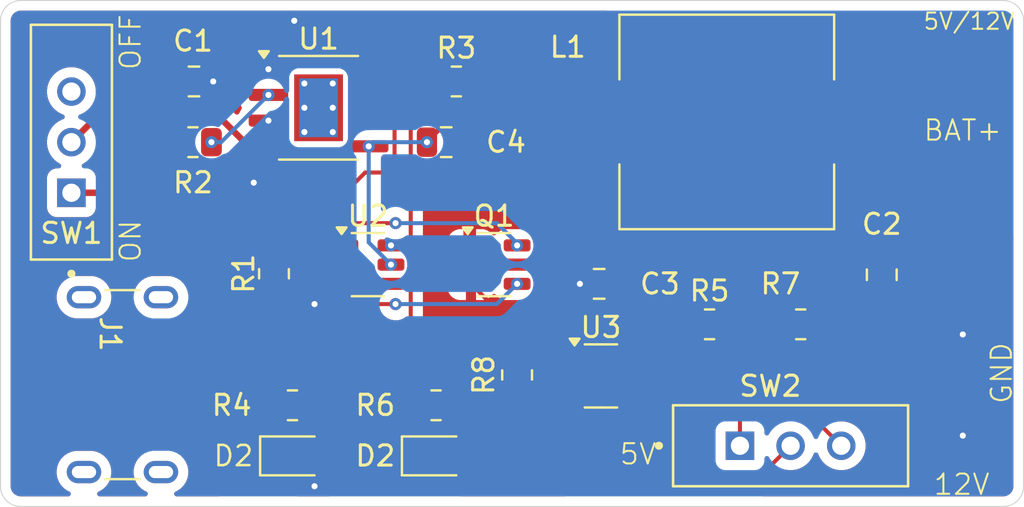
<source format=kicad_pcb>
(kicad_pcb (version 20241229) (generator "pcbnew") (generator_version "9.0")
  (layers (0 "F.Cu" signal) (2 "B.Cu" signal) (13 "F.Paste" user) (15 "B.Paste" user) (5 "F.SilkS" user "F.Silkscreen") (7 "B.SilkS" user "B.Silkscreen") (1 "F.Mask" user) (3 "B.Mask" user) (25 "Edge.Cuts" user))
  (net 0 "")
  (net 1 "Net-(D1-A)")
  (net 2 "GND")
  (net 3 "Net-(U1-BAT)")
  (net 4 "/BAT+")
  (net 5 "/VOUT")
  (net 6 "Net-(D1-K)")
  (net 7 "Net-(D2-K)")
  (net 14 "/OC")
  (net 15 "/OD")
  (net 18 "Net-(U1-~{CHRG})")
  (net 19 "Net-(U1-~{STDBY})")
  (net 20 "Net-(U1-PROG)")
  (net 21 "Net-(U2-CS)")
  (net 22 "Net-(SW1-B)")
  (net 23 "Net-(SW1-A)")
  (net 24 "Net-(SW1-C)")
  (net 28 "Net-(SW3-A)")
  (footprint "Connector_USB:USB_C_Receptacle_GCT_USB4125-xx-x_6P_TopMnt_Horizontal" (layer "F.Cu") (at 125.42 117.48 -90)
    (property "Reference" "J1" (at -2.5 -0.5 270) (layer "F.SilkS"))
    (property "Value" "USB_C_6P")
    (fp_line (start -4.67 -0.25) (end -4.67 -1.95) (stroke (width 0.12)) (layer "F.SilkS"))
    (fp_line (start 4.67 -0.25) (end 4.67 -1.95) (stroke (width 0.12)) (layer "F.SilkS"))
    (pad "A5" smd roundrect (at -0.5 -3.08 270) (size 0.7 1.2) (layers "F.Cu" "F.Mask" "F.Paste"))
    (pad "A9" smd roundrect (at 1.52 -3.08 90) (size 0.76 1.2) (layers "F.Cu" "F.Mask" "F.Paste") (net 28 "Net-(SW3-A)"))
    (pad "A12" smd roundrect (at 2.75 -3.08 90) (size 0.8 1.2) (layers "F.Cu" "F.Mask" "F.Paste") (net 2 "GND"))
    (pad "B5" smd roundrect (at 0.5 -3.08 90) (size 0.7 1.2) (layers "F.Cu" "F.Mask" "F.Paste"))
    (pad "B9" smd roundrect (at -1.52 -3.08 270) (size 0.76 1.2) (layers "F.Cu" "F.Mask" "F.Paste") (net 28 "Net-(SW3-A)"))
    (pad "B12" smd roundrect (at -2.75 -3.08 270) (size 0.8 1.2) (layers "F.Cu" "F.Mask" "F.Paste") (net 2 "GND"))
    (pad "S1" thru_hole oval (at -4.32 -3 270) (size 1.1 1.7) (drill oval 0.6 1.2) (property pad_prop_heatsink) (layers "*.Cu" "*.Mask" "F.Paste"))
    (pad "S1" thru_hole oval (at -4.32 0.8 270) (size 1.1 1.7) (drill oval 0.6 1.2) (property pad_prop_heatsink) (layers "*.Cu" "*.Mask" "F.Paste"))
    (pad "S1" thru_hole oval (at 4.32 -3 270) (size 1.1 1.7) (drill oval 0.6 1.2) (property pad_prop_heatsink) (layers "*.Cu" "*.Mask" "F.Paste"))
    (pad "S1" thru_hole oval (at 4.32 0.8 270) (size 1.1 1.7) (drill oval 0.6 1.2) (property pad_prop_heatsink) (layers "*.Cu" "*.Mask" "F.Paste"))
  )
  (footprint "SPDT:SW_MINI-SPDT-SW" (layer "F.Cu") (at 159.5 120.5)
    (property "Reference" "SW2" (at -1 -2.9464 0) (layer "F.SilkS"))
    (property "Value" "SW_SPDT")
    (fp_line (start -5.8 -2) (end -5.8 2) (stroke (width 0.127)) (layer "F.SilkS"))
    (fp_line (start -5.8 2) (end 5.8 2) (stroke (width 0.127)) (layer "F.SilkS"))
    (fp_line (start 5.8 -2) (end -5.8 -2) (stroke (width 0.127)) (layer "F.SilkS"))
    (fp_line (start 5.8 2) (end 5.8 -2) (stroke (width 0.127)) (layer "F.SilkS"))
    (fp_circle (center -6.5 0) (end -6.4 0) (stroke (width 0.2)) (fill no) (layer "F.SilkS"))
    (pad "1" thru_hole rect (at -2.5 0) (size 1.408 1.408) (drill 0.9) (layers "*.Cu" "*.Mask") (net 23 "Net-(SW1-A)"))
    (pad "2" thru_hole circle (at 0 0) (size 1.408 1.408) (drill 0.9) (layers "*.Cu" "*.Mask") (net 22 "Net-(SW1-B)"))
    (pad "3" thru_hole circle (at 2.5 0) (size 1.408 1.408) (drill 0.9) (layers "*.Cu" "*.Mask") (net 24 "Net-(SW1-C)"))
  )
  (footprint "Resistor_SMD:R_0805_2012Metric" (layer "F.Cu") (at 160 114.5)
    (property "Reference" "R7" (at -1 -2 0) (layer "F.SilkS"))
    (property "Value" "20K")
    (fp_line (start -0.227064 -0.735) (end 0.227064 -0.735) (stroke (width 0.12)) (layer "F.SilkS"))
    (fp_line (start -0.227064 0.735) (end 0.227064 0.735) (stroke (width 0.12)) (layer "F.SilkS"))
    (pad "1" smd roundrect (at -0.9125 0) (size 1.025 1.4) (layers "F.Cu" "F.Mask" "F.Paste") (roundrect_rratio 0.243902) (net 5 "/VOUT"))
    (pad "2" smd roundrect (at 0.9125 0) (size 1.025 1.4) (layers "F.Cu" "F.Mask" "F.Paste") (roundrect_rratio 0.243902) (net 24 "Net-(SW1-C)"))
  )
  (footprint "Capacitor_SMD:C_0805_2012Metric" (layer "F.Cu") (at 164 112.05 90)
    (property "Reference" "C2" (at 2.5 0 180) (layer "F.SilkS"))
    (property "Value" "22uF")
    (fp_line (start -0.261252 -0.735) (end 0.261252 -0.735) (stroke (width 0.12)) (layer "F.SilkS"))
    (fp_line (start -0.261252 0.735) (end 0.261252 0.735) (stroke (width 0.12)) (layer "F.SilkS"))
    (pad "1" smd roundrect (at -0.95 0 90) (size 1 1.45) (layers "F.Cu" "F.Mask" "F.Paste") (net 5 "/VOUT"))
    (pad "2" smd roundrect (at 0.95 0 90) (size 1 1.45) (layers "F.Cu" "F.Mask" "F.Paste") (net 2 "GND"))
  )
  (footprint "Package_TO_SOT_SMD:SOT-23-6" (layer "F.Cu") (at 144.8625 111.55)
    (property "Reference" "Q1" (at 0 -2.4 0) (layer "F.SilkS"))
    (property "Value" "FS8205")
    (fp_line (start 0 -1.56) (end -0.8 -1.56) (stroke (width 0.12)) (layer "F.SilkS"))
    (fp_line (start 0 -1.56) (end 0.8 -1.56) (stroke (width 0.12)) (layer "F.SilkS"))
    (fp_line (start 0 1.56) (end -0.8 1.56) (stroke (width 0.12)) (layer "F.SilkS"))
    (fp_line (start 0 1.56) (end 0.8 1.56) (stroke (width 0.12)) (layer "F.SilkS"))
    (fp_poly (pts (xy -1.3 -1.51) (xy -1.54 -1.84) (xy -1.06 -1.84)) (stroke (width 0.12)) (fill yes) (layer "F.SilkS"))
    (pad "1" smd roundrect (at -1.1375 -0.95) (size 1.325 0.6) (layers "F.Cu" "F.Mask" "F.Paste") (net 2 "GND"))
    (pad "2" smd roundrect (at -1.1375 0) (size 1.325 0.6) (layers "F.Cu" "F.Mask" "F.Paste"))
    (pad "3" smd roundrect (at -1.1375 0.95) (size 1.325 0.6) (layers "F.Cu" "F.Mask" "F.Paste") (net 2 "GND"))
    (pad "4" smd roundrect (at 1.1375 0.95) (size 1.325 0.6) (layers "F.Cu" "F.Mask" "F.Paste") (net 14 "/OC"))
    (pad "5" smd roundrect (at 1.1375 0) (size 1.325 0.6) (layers "F.Cu" "F.Mask" "F.Paste"))
    (pad "6" smd roundrect (at 1.1375 -0.95) (size 1.325 0.6) (layers "F.Cu" "F.Mask" "F.Paste") (net 15 "/OD"))
  )
  (footprint "Resistor_SMD:R_0805_2012Metric" (layer "F.Cu") (at 155.5 114.5)
    (property "Reference" "R5" (at 0 -1.65 0) (layer "F.SilkS"))
    (property "Value" "7.3K")
    (fp_line (start -0.227064 -0.735) (end 0.227064 -0.735) (stroke (width 0.12)) (layer "F.SilkS"))
    (fp_line (start -0.227064 0.735) (end 0.227064 0.735) (stroke (width 0.12)) (layer "F.SilkS"))
    (pad "1" smd roundrect (at -0.9125 0) (size 1.025 1.4) (layers "F.Cu" "F.Mask" "F.Paste") (roundrect_rratio 0.243902) (net 5 "/VOUT"))
    (pad "2" smd roundrect (at 0.9125 0) (size 1.025 1.4) (layers "F.Cu" "F.Mask" "F.Paste") (roundrect_rratio 0.243902) (net 23 "Net-(SW1-A)"))
  )
  (footprint "Capacitor_SMD:C_0805_2012Metric" (layer "F.Cu") (at 130.05 102.5)
    (property "Reference" "C1" (at -0.05 -2 0) (layer "F.SilkS"))
    (property "Value" "10uF")
    (fp_line (start -0.261252 -0.735) (end 0.261252 -0.735) (stroke (width 0.12)) (layer "F.SilkS"))
    (fp_line (start -0.261252 0.735) (end 0.261252 0.735) (stroke (width 0.12)) (layer "F.SilkS"))
    (pad "1" smd roundrect (at -0.95 0) (size 1 1.45) (layers "F.Cu" "F.Mask" "F.Paste") (net 1 "Net-(D1-A)"))
    (pad "2" smd roundrect (at 0.95 0) (size 1 1.45) (layers "F.Cu" "F.Mask" "F.Paste") (net 2 "GND"))
  )
  (footprint "Package_TO_SOT_SMD:SOT-23-6" (layer "F.Cu") (at 138.6375 111.55)
    (property "Reference" "U2" (at 0 -2.4 0) (layer "F.SilkS"))
    (property "Value" "DW01A")
    (fp_line (start 0 -1.56) (end -0.8 -1.56) (stroke (width 0.12)) (layer "F.SilkS"))
    (fp_line (start 0 -1.56) (end 0.8 -1.56) (stroke (width 0.12)) (layer "F.SilkS"))
    (fp_line (start 0 1.56) (end -0.8 1.56) (stroke (width 0.12)) (layer "F.SilkS"))
    (fp_line (start 0 1.56) (end 0.8 1.56) (stroke (width 0.12)) (layer "F.SilkS"))
    (fp_poly (pts (xy -1.3 -1.51) (xy -1.54 -1.84) (xy -1.06 -1.84)) (stroke (width 0.12)) (fill yes) (layer "F.SilkS"))
    (pad "1" smd roundrect (at -1.1375 -0.95) (size 1.325 0.6) (layers "F.Cu" "F.Mask" "F.Paste") (net 15 "/OD"))
    (pad "2" smd roundrect (at -1.1375 0) (size 1.325 0.6) (layers "F.Cu" "F.Mask" "F.Paste") (net 21 "Net-(U2-CS)"))
    (pad "3" smd roundrect (at -1.1375 0.95) (size 1.325 0.6) (layers "F.Cu" "F.Mask" "F.Paste") (net 14 "/OC"))
    (pad "4" smd roundrect (at 1.1375 0.95) (size 1.325 0.6) (layers "F.Cu" "F.Mask" "F.Paste"))
    (pad "5" smd roundrect (at 1.1375 0) (size 1.325 0.6) (layers "F.Cu" "F.Mask" "F.Paste") (net 3 "Net-(U1-BAT)"))
    (pad "6" smd roundrect (at 1.1375 -0.95) (size 1.325 0.6) (layers "F.Cu" "F.Mask" "F.Paste") (net 2 "GND"))
  )
  (footprint "Capacitor_SMD:C_0805_2012Metric" (layer "F.Cu") (at 150.05 112.5 180)
    (property "Reference" "C3" (at -3 0 0) (layer "F.SilkS"))
    (property "Value" "22uF")
    (fp_line (start -0.261252 0.735) (end 0.261252 0.735) (stroke (width 0.12)) (layer "F.SilkS"))
    (fp_line (start -0.261252 -0.735) (end 0.261252 -0.735) (stroke (width 0.12)) (layer "F.SilkS"))
    (pad "1" smd roundrect (at -0.95 0 180) (size 1 1.45) (layers "F.Cu" "F.Mask" "F.Paste") (net 4 "/BAT+"))
    (pad "2" smd roundrect (at 0.95 0 180) (size 1 1.45) (layers "F.Cu" "F.Mask" "F.Paste") (net 2 "GND"))
  )
  (footprint "Package_TO_SOT_SMD:SOT-23-6" (layer "F.Cu") (at 150.1375 117.05)
    (property "Reference" "U3" (at 0 -2.4 0) (layer "F.SilkS"))
    (property "Value" "MT3608")
    (fp_line (start 0 -1.56) (end -0.8 -1.56) (stroke (width 0.12)) (layer "F.SilkS"))
    (fp_line (start 0 -1.56) (end 0.8 -1.56) (stroke (width 0.12)) (layer "F.SilkS"))
    (fp_line (start 0 1.56) (end -0.8 1.56) (stroke (width 0.12)) (layer "F.SilkS"))
    (fp_line (start 0 1.56) (end 0.8 1.56) (stroke (width 0.12)) (layer "F.SilkS"))
    (fp_poly (pts (xy -1.3 -1.51) (xy -1.54 -1.84) (xy -1.06 -1.84)) (stroke (width 0.12)) (fill yes) (layer "F.SilkS"))
    (pad "1" smd roundrect (at -1.1375 -0.95) (size 1.325 0.6) (layers "F.Cu" "F.Mask" "F.Paste") (net 5 "/VOUT"))
    (pad "2" smd roundrect (at -1.1375 0) (size 1.325 0.6) (layers "F.Cu" "F.Mask" "F.Paste") (net 2 "GND"))
    (pad "3" smd roundrect (at -1.1375 0.95) (size 1.325 0.6) (layers "F.Cu" "F.Mask" "F.Paste") (net 22 "Net-(SW1-B)"))
    (pad "4" smd roundrect (at 1.1375 0.95) (size 1.325 0.6) (layers "F.Cu" "F.Mask" "F.Paste") (net 4 "/BAT+"))
    (pad "5" smd roundrect (at 1.1375 0) (size 1.325 0.6) (layers "F.Cu" "F.Mask" "F.Paste") (net 4 "/BAT+"))
    (pad "6" smd roundrect (at 1.1375 -0.95) (size 1.325 0.6) (layers "F.Cu" "F.Mask" "F.Paste"))
  )
  (footprint "SPDT:SW_MINI-SPDT-SW" (layer "F.Cu") (at 124 105.5 90)
    (property "Reference" "SW1" (at -4.5 0 180) (layer "F.SilkS"))
    (property "Value" "SW_SPDT")
    (fp_line (start 5.8 -2) (end -5.8 -2) (stroke (width 0.127)) (layer "F.SilkS"))
    (fp_line (start -5.8 -2) (end -5.8 2) (stroke (width 0.127)) (layer "F.SilkS"))
    (fp_line (start 5.8 2) (end 5.8 -2) (stroke (width 0.127)) (layer "F.SilkS"))
    (fp_line (start -5.8 2) (end 5.8 2) (stroke (width 0.127)) (layer "F.SilkS"))
    (fp_circle (center -6.5 0) (end -6.4 0) (stroke (width 0.2)) (fill no) (layer "F.SilkS"))
    (pad "1" thru_hole rect (at -2.5 0 90) (size 1.408 1.408) (drill 0.9) (layers "*.Cu" "*.Mask") (net 28 "Net-(SW3-A)"))
    (pad "2" thru_hole circle (at 0 0 90) (size 1.408 1.408) (drill 0.9) (layers "*.Cu" "*.Mask") (net 1 "Net-(D1-A)"))
    (pad "3" thru_hole circle (at 2.5 0 90) (size 1.408 1.408) (drill 0.9) (layers "*.Cu" "*.Mask"))
  )
  (footprint "Resistor_SMD:R_0805_2012Metric" (layer "F.Cu") (at 143 102.5)
    (property "Reference" "R3" (at 0 -1.65 0) (layer "F.SilkS"))
    (property "Value" "100E")
    (fp_line (start -0.227064 -0.735) (end 0.227064 -0.735) (stroke (width 0.12)) (layer "F.SilkS"))
    (fp_line (start -0.227064 0.735) (end 0.227064 0.735) (stroke (width 0.12)) (layer "F.SilkS"))
    (pad "1" smd roundrect (at -0.9125 0) (size 1.025 1.4) (layers "F.Cu" "F.Mask" "F.Paste") (roundrect_rratio 0.243902) (net 3 "Net-(U1-BAT)"))
    (pad "2" smd roundrect (at 0.9125 0) (size 1.025 1.4) (layers "F.Cu" "F.Mask" "F.Paste") (roundrect_rratio 0.243902) (net 4 "/BAT+"))
  )
  (footprint "Resistor_SMD:R_0805_2012Metric" (layer "F.Cu") (at 134 112 -90)
    (property "Reference" "R1" (at 0 1.5 90) (layer "F.SilkS"))
    (property "Value" "1K")
    (fp_line (start -0.227064 0.735) (end 0.227064 0.735) (stroke (width 0.12)) (layer "F.SilkS"))
    (fp_line (start -0.227064 -0.735) (end 0.227064 -0.735) (stroke (width 0.12)) (layer "F.SilkS"))
    (pad "1" smd roundrect (at -0.9125 0 270) (size 1.025 1.4) (layers "F.Cu" "F.Mask" "F.Paste") (roundrect_rratio 0.243902) (net 21 "Net-(U2-CS)"))
    (pad "2" smd roundrect (at 0.9125 0 270) (size 1.025 1.4) (layers "F.Cu" "F.Mask" "F.Paste") (roundrect_rratio 0.243902) (net 2 "GND"))
  )
  (footprint "Package_SO:SOIC-8-1EP_3.9x4.9mm_P1.27mm_EP2.41x3.3mm_ThermalVias" (layer "F.Cu") (at 136.2 103.8)
    (property "Reference" "U1" (at 0 -3.4 0) (layer "F.SilkS"))
    (property "Value" "TP4056")
    (fp_line (start 0 -2.56) (end -1.95 -2.56) (stroke (width 0.12)) (layer "F.SilkS"))
    (fp_line (start 0 -2.56) (end 1.95 -2.56) (stroke (width 0.12)) (layer "F.SilkS"))
    (fp_line (start 0 2.56) (end -1.95 2.56) (stroke (width 0.12)) (layer "F.SilkS"))
    (fp_line (start 0 2.56) (end 1.95 2.56) (stroke (width 0.12)) (layer "F.SilkS"))
    (fp_poly (pts (xy -2.7 -2.465) (xy -2.94 -2.795) (xy -2.46 -2.795)) (stroke (width 0.12)) (fill yes) (layer "F.SilkS"))
    (pad "1" smd roundrect (at -2.475 -1.905) (size 1.95 0.6) (layers "F.Cu" "F.Mask" "F.Paste") (net 2 "GND"))
    (pad "2" smd roundrect (at -2.475 -0.635) (size 1.95 0.6) (layers "F.Cu" "F.Mask" "F.Paste") (net 20 "Net-(U1-PROG)"))
    (pad "3" smd roundrect (at -2.475 0.635) (size 1.95 0.6) (layers "F.Cu" "F.Mask" "F.Paste") (net 2 "GND"))
    (pad "4" smd roundrect (at -2.475 1.905) (size 1.95 0.6) (layers "F.Cu" "F.Mask" "F.Paste") (net 1 "Net-(D1-A)"))
    (pad "5" smd roundrect (at 2.475 1.905) (size 1.95 0.6) (layers "F.Cu" "F.Mask" "F.Paste") (net 3 "Net-(U1-BAT)"))
    (pad "6" smd roundrect (at 2.475 0.635) (size 1.95 0.6) (layers "F.Cu" "F.Mask" "F.Paste") (net 19 "Net-(U1-~{STDBY})"))
    (pad "7" smd roundrect (at 2.475 -0.635) (size 1.95 0.6) (layers "F.Cu" "F.Mask" "F.Paste") (net 18 "Net-(U1-~{CHRG})"))
    (pad "8" smd roundrect (at 2.475 -1.905) (size 1.95 0.6) (layers "F.Cu" "F.Mask" "F.Paste") (net 1 "Net-(D1-A)"))
    (pad "9" thru_hole circle (at -0.7 -1.2) (size 0.5 0.5) (drill 0.3) (property pad_prop_heatsink) (layers "*.Cu"))
    (pad "9" thru_hole circle (at -0.7 0) (size 0.5 0.5) (drill 0.3) (property pad_prop_heatsink) (layers "*.Cu"))
    (pad "9" thru_hole circle (at -0.7 1.2) (size 0.5 0.5) (drill 0.3) (property pad_prop_heatsink) (layers "*.Cu"))
    (pad "9" smd rect (at 0 0) (size 1.9 2.9) (property pad_prop_heatsink) (layers "B.Cu"))
    (pad "9" smd rect (at 0 0) (size 2.41 3.3) (property pad_prop_heatsink) (layers "F.Cu" "F.Mask"))
    (pad "9" thru_hole circle (at 0.7 -1.2) (size 0.5 0.5) (drill 0.3) (property pad_prop_heatsink) (layers "*.Cu"))
    (pad "9" thru_hole circle (at 0.7 0) (size 0.5 0.5) (drill 0.3) (property pad_prop_heatsink) (layers "*.Cu"))
    (pad "9" thru_hole circle (at 0.7 1.2) (size 0.5 0.5) (drill 0.3) (property pad_prop_heatsink) (layers "*.Cu"))
  )
  (footprint "Inductor_SMD:L_10.4x10.4_H4.8" (layer "F.Cu") (at 156.35 104.5)
    (property "Reference" "L1" (at -7.85 -3.7 0) (layer "F.SilkS"))
    (property "Value" "L")
    (fp_line (start -5.3 -5.3) (end 5.3 -5.3) (stroke (width 0.12)) (layer "F.SilkS"))
    (fp_line (start -5.3 -2.1) (end -5.3 -5.3) (stroke (width 0.12)) (layer "F.SilkS"))
    (fp_line (start -5.3 5.3) (end -5.3 2.1) (stroke (width 0.12)) (layer "F.SilkS"))
    (fp_line (start 5.3 -5.3) (end 5.3 -2.1) (stroke (width 0.12)) (layer "F.SilkS"))
    (fp_line (start 5.3 2.1) (end 5.3 5.3) (stroke (width 0.12)) (layer "F.SilkS"))
    (fp_line (start 5.3 5.3) (end -5.3 5.3) (stroke (width 0.12)) (layer "F.SilkS"))
    (pad "1" smd rect (at -4.15 0) (size 2.7 3.6) (layers "F.Cu" "F.Mask" "F.Paste") (net 4 "/BAT+"))
    (pad "2" smd rect (at 4.15 0) (size 2.7 3.6) (layers "F.Cu" "F.Mask" "F.Paste") (net 5 "/VOUT"))
  )
  (footprint "Resistor_SMD:R_0805_2012Metric" (layer "F.Cu") (at 146 117 90)
    (property "Reference" "R8" (at 0 -1.65 90) (layer "F.SilkS"))
    (property "Value" "1K")
    (fp_line (start -0.227064 -0.735) (end 0.227064 -0.735) (stroke (width 0.12)) (layer "F.SilkS"))
    (fp_line (start -0.227064 0.735) (end 0.227064 0.735) (stroke (width 0.12)) (layer "F.SilkS"))
    (pad "1" smd roundrect (at -0.9125 0 90) (size 1.025 1.4) (layers "F.Cu" "F.Mask" "F.Paste") (roundrect_rratio 0.243902) (net 22 "Net-(SW1-B)"))
    (pad "2" smd roundrect (at 0.9125 0 90) (size 1.025 1.4) (layers "F.Cu" "F.Mask" "F.Paste") (roundrect_rratio 0.243902) (net 2 "GND"))
  )
  (footprint "Resistor_SMD:R_0805_2012Metric" (layer "F.Cu") (at 142 118.5 180)
    (property "Reference" "R6" (at 3 0 0) (layer "F.SilkS"))
    (property "Value" "220E")
    (fp_line (start -0.227064 0.735) (end 0.227064 0.735) (stroke (width 0.12)) (layer "F.SilkS"))
    (fp_line (start -0.227064 -0.735) (end 0.227064 -0.735) (stroke (width 0.12)) (layer "F.SilkS"))
    (pad "1" smd roundrect (at -0.9125 0 180) (size 1.025 1.4) (layers "F.Cu" "F.Mask" "F.Paste") (roundrect_rratio 0.243902) (net 18 "Net-(U1-~{CHRG})"))
    (pad "2" smd roundrect (at 0.9125 0 180) (size 1.025 1.4) (layers "F.Cu" "F.Mask" "F.Paste") (roundrect_rratio 0.243902) (net 6 "Net-(D1-K)"))
  )
  (footprint "LED_SMD:LED_0805_2012Metric" (layer "F.Cu") (at 142 121)
    (property "Reference" "D2" (at -3 0 0) (layer "F.SilkS"))
    (property "Value" "RED_LED")
    (fp_line (start -1.685 -0.96) (end -1.685 0.96) (stroke (width 0.12)) (layer "F.SilkS"))
    (fp_line (start -1.685 0.96) (end 1 0.96) (stroke (width 0.12)) (layer "F.SilkS"))
    (fp_line (start 1 -0.96) (end -1.685 -0.96) (stroke (width 0.12)) (layer "F.SilkS"))
    (pad "1" smd roundrect (at -0.9375 0) (size 0.975 1.4) (layers "F.Cu" "F.Mask" "F.Paste") (net 6 "Net-(D1-K)"))
    (pad "2" smd roundrect (at 0.9375 0) (size 0.975 1.4) (layers "F.Cu" "F.Mask" "F.Paste") (net 1 "Net-(D1-A)"))
  )
  (footprint "LED_SMD:LED_0805_2012Metric" (layer "F.Cu") (at 135 121)
    (property "Reference" "D1" (hide yes))
    (property "Value" "GREEN_LED")
    (fp_line (start -1.685 -0.96) (end -1.685 0.96) (stroke (width 0.12)) (layer "F.SilkS"))
    (fp_line (start -1.685 0.96) (end 1 0.96) (stroke (width 0.12)) (layer "F.SilkS"))
    (fp_line (start 1 -0.96) (end -1.685 -0.96) (stroke (width 0.12)) (layer "F.SilkS"))
    (pad "1" smd roundrect (at -0.9375 0) (size 0.975 1.4) (layers "F.Cu" "F.Mask" "F.Paste") (net 7 "Net-(D2-K)"))
    (pad "2" smd roundrect (at 0.9375 0) (size 0.975 1.4) (layers "F.Cu" "F.Mask" "F.Paste") (net 1 "Net-(D1-A)"))
  )
  (footprint "Resistor_SMD:R_0805_2012Metric" (layer "F.Cu") (at 130 105.5 180)
    (property "Reference" "R2" (at 0 -2 0) (layer "F.SilkS"))
    (property "Value" "2K")
    (fp_line (start -0.227064 0.735) (end 0.227064 0.735) (stroke (width 0.12)) (layer "F.SilkS"))
    (fp_line (start -0.227064 -0.735) (end 0.227064 -0.735) (stroke (width 0.12)) (layer "F.SilkS"))
    (pad "1" smd roundrect (at -0.9125 0 180) (size 1.025 1.4) (layers "F.Cu" "F.Mask" "F.Paste") (roundrect_rratio 0.243902) (net 20 "Net-(U1-PROG)"))
    (pad "2" smd roundrect (at 0.9125 0 180) (size 1.025 1.4) (layers "F.Cu" "F.Mask" "F.Paste") (roundrect_rratio 0.243902) (net 2 "GND"))
  )
  (footprint "Capacitor_SMD:C_0805_2012Metric" (layer "F.Cu") (at 142.5 105.5)
    (property "Reference" "C4" (at 2.95 0 0) (layer "F.SilkS"))
    (property "Value" "0.1uF")
    (fp_line (start -0.261252 -0.735) (end 0.261252 -0.735) (stroke (width 0.12)) (layer "F.SilkS"))
    (fp_line (start -0.261252 0.735) (end 0.261252 0.735) (stroke (width 0.12)) (layer "F.SilkS"))
    (pad "1" smd roundrect (at -0.95 0) (size 1 1.45) (layers "F.Cu" "F.Mask" "F.Paste") (net 3 "Net-(U1-BAT)"))
    (pad "2" smd roundrect (at 0.95 0) (size 1 1.45) (layers "F.Cu" "F.Mask" "F.Paste") (net 2 "GND"))
  )
  (footprint "Resistor_SMD:R_0805_2012Metric" (layer "F.Cu") (at 134.9125 118.5)
    (property "Reference" "R4" (at -3 0 0) (layer "F.SilkS"))
    (property "Value" "220E")
    (fp_line (start -0.227064 -0.735) (end 0.227064 -0.735) (stroke (width 0.12)) (layer "F.SilkS"))
    (fp_line (start -0.227064 0.735) (end 0.227064 0.735) (stroke (width 0.12)) (layer "F.SilkS"))
    (pad "1" smd roundrect (at -0.9125 0) (size 1.025 1.4) (layers "F.Cu" "F.Mask" "F.Paste") (roundrect_rratio 0.243902) (net 7 "Net-(D2-K)"))
    (pad "2" smd roundrect (at 0.9125 0) (size 1.025 1.4) (layers "F.Cu" "F.Mask" "F.Paste") (roundrect_rratio 0.243902) (net 19 "Net-(U1-~{STDBY})"))
  )
  (gr_circle (center 168 102) (end 168 100.5) (stroke (width 0.2)) (fill yes) (layers "F.Cu" "F.Mask") (net 5))
  (gr_circle (center 168 115) (end 168.5 116) (stroke (width 0.2)) (fill yes) (layers "F.Cu" "F.Mask") (net 2))
  (gr_circle (center 168 107) (end 167.5 106) (stroke (width 0.2)) (fill yes) (layers "F.Cu" "F.Mask") (net 4))
  (gr_circle (center 168 120) (end 168 121.5) (stroke (width 0.2)) (fill yes) (layers "F.Cu" "F.Mask") (net 2))
  (gr_line (start 121.5 98.5) (end 170 98.5) (stroke (width 0.05)) (layer "Edge.Cuts"))
  (gr_line (start 120.5 122.5) (end 120.5 99.5) (stroke (width 0.05)) (layer "Edge.Cuts"))
  (gr_arc (start 121.5 123.5) (mid 120.792893 123.207107) (end 120.5 122.5) (stroke (width 0.05)) (layer "Edge.Cuts"))
  (gr_line (start 170 123.5) (end 121.5 123.5) (stroke (width 0.05)) (layer "Edge.Cuts"))
  (gr_arc (start 120.5 99.5) (mid 120.792893 98.792893) (end 121.5 98.5) (stroke (width 0.05)) (layer "Edge.Cuts"))
  (gr_line (start 171 99.5) (end 171 122.5) (stroke (width 0.05)) (layer "Edge.Cuts"))
  (gr_arc (start 170 98.5) (mid 170.707107 98.792893) (end 171 99.5) (stroke (width 0.05)) (layer "Edge.Cuts"))
  (gr_arc (start 171 122.5) (mid 170.707107 123.207107) (end 170 123.5) (stroke (width 0.05)) (layer "Edge.Cuts"))
  (gr_text "5V/12V" (at 166 100 0) (layer "F.SilkS") (effects (font (size 0.8 0.8) (thickness 0.1)) (justify left bottom)))
  (gr_text "OFF\n" (at 127.5 102 90) (layer "F.SilkS") (effects (font (size 1 1) (thickness 0.1)) (justify left bottom)))
  (gr_text "ON\n" (at 127.5 111.5 90) (layer "F.SilkS") (effects (font (size 1 1) (thickness 0.1)) (justify left bottom)))
  (gr_text "BAT+" (at 166 105.5 0) (layer "F.SilkS") (effects (font (size 1 1) (thickness 0.1)) (justify left bottom)))
  (gr_text "12V\n" (at 166.5 123 0) (layer "F.SilkS") (effects (font (size 1 1) (thickness 0.1)) (justify left bottom)))
  (gr_text "GND\n" (at 170.5 118.5 90) (layer "F.SilkS") (effects (font (size 1 1) (thickness 0.1)) (justify left bottom)))
  (gr_text "5V\n" (at 151 121.5 0) (layer "F.SilkS") (effects (font (size 1 1) (thickness 0.1)) (justify left bottom)))
  (gr_text "D2" (at 132 121 0) (layer "F.SilkS") (effects (font (size 1 1))))
  (segment (start 138.675 101.895) (end 137.78 101) (width 0.2) (layer "F.Cu") (net 1))
  (segment (start 132.750001 105.705) (end 133.725 105.705) (width 0.32) (layer "F.Cu") (net 1))
  (segment (start 133.378032 105.705) (end 133.725 105.705) (width 0.2) (layer "F.Cu") (net 1))
  (segment (start 131 121.5) (end 132 122.5) (width 0.32) (layer "F.Cu") (net 1))
  (segment (start 134.4375 122.5) (end 135.9375 121) (width 0.32) (layer "F.Cu") (net 1))
  (segment (start 131.045001 104) (end 132.750001 105.705) (width 0.32) (layer "F.Cu") (net 1))
  (segment (start 135.9375 121) (end 137.4375 122.5) (width 0.32) (layer "F.Cu") (net 1))
  (segment (start 132 122.5) (end 134.4375 122.5) (width 0.32) (layer "F.Cu") (net 1))
  (segment (start 131 110.5) (end 131 121.5) (width 0.32) (layer "F.Cu") (net 1))
  (segment (start 137.78 101) (end 129.5 101) (width 0.32) (layer "F.Cu") (net 1))
  (segment (start 129.1 102.6) (end 130.5 104) (width 0.32) (layer "F.Cu") (net 1))
  (segment (start 137.4375 122.5) (end 142.5 122.5) (width 0.32) (layer "F.Cu") (net 1))
  (segment (start 129.5 101) (end 129.1 101.4) (width 0.32) (layer "F.Cu") (net 1))
  (segment (start 127 102.5) (end 129.1 102.5) (width 0.32) (layer "F.Cu") (net 1))
  (segment (start 126.25 105.75) (end 131 110.5) (width 0.32) (layer "F.Cu") (net 1))
  (segment (start 142.9375 122.0625) (end 142.9375 121) (width 0.32) (layer "F.Cu") (net 1))
  (segment (start 126.25 103.25) (end 127 102.5) (width 0.32) (layer "F.Cu") (net 1))
  (segment (start 129.1 102.5) (end 129.1 102.6) (width 0.32) (layer "F.Cu") (net 1))
  (segment (start 124 105.5) (end 126.25 103.25) (width 0.32) (layer "F.Cu") (net 1))
  (segment (start 126.25 103.25) (end 126.25 105.75) (width 0.32) (layer "F.Cu") (net 1))
  (segment (start 142.5 122.5) (end 142.9375 122.0625) (width 0.32) (layer "F.Cu") (net 1))
  (segment (start 130.5 104) (end 131.045001 104) (width 0.32) (layer "F.Cu") (net 1))
  (segment (start 129.1 101.4) (end 129.1 102.5) (width 0.32) (layer "F.Cu") (net 1))
  (segment (start 146.825 114.775) (end 146 114.775) (width 0.2) (layer "F.Cu") (net 2))
  (segment (start 127.25 115.75) (end 128.27 114.73) (width 0.2) (layer "F.Cu") (net 2))
  (segment (start 142.5 111.162501) (end 142.5 112) (width 0.2) (layer "F.Cu") (net 2))
  (segment (start 146 116.0875) (end 146.9625 117.05) (width 0.2) (layer "F.Cu") (net 2))
  (segment (start 164 111.1) (end 166.6 111.1) (width 0.2) (layer "F.Cu") (net 2))
  (segment (start 146 114.775) (end 146 116.0875) (width 0.2) (layer "F.Cu") (net 2))
  (segment (start 131.605 101.895) (end 133.725 101.895) (width 0.2) (layer "F.Cu") (net 2))
  (segment (start 128.27 114.73) (end 128.5 114.73) (width 0.2) (layer "F.Cu") (net 2))
  (segment (start 143.062501 110.6) (end 142.5 111.162501) (width 0.2) (layer "F.Cu") (net 2))
  (segment (start 143.725 112.5) (end 146 114.775) (width 0.2) (layer "F.Cu") (net 2))
  (segment (start 168 112.5) (end 168 115) (width 0.2) (layer "F.Cu") (net 2))
  (segment (start 149.1 112.5) (end 146.825 114.775) (width 0.2) (layer "F.Cu") (net 2))
  (segment (start 131 102.5) (end 131.605 101.895) (width 0.2) (layer "F.Cu") (net 2))
  (segment (start 128.5 120.23) (end 128.23 120.23) (width 0.2) (layer "F.Cu") (net 2))
  (segment (start 127.25 119.25) (end 127.25 115.75) (width 0.2) (layer "F.Cu") (net 2))
  (segment (start 168 115) (end 168 120) (width 0.2) (layer "F.Cu") (net 2))
  (segment (start 128.23 120.23) (end 127.25 119.25) (width 0.2) (layer "F.Cu") (net 2))
  (segment (start 143.725 110.6) (end 143.062501 110.6) (width 0.2) (layer "F.Cu") (net 2))
  (segment (start 142.5 112) (end 143 112.5) (width 0.2) (layer "F.Cu") (net 2))
  (segment (start 143.45 110.325) (end 143.725 110.6) (width 0.2) (layer "F.Cu") (net 2))
  (segment (start 146.9625 117.05) (end 149 117.05) (width 0.2) (layer "F.Cu") (net 2))
  (segment (start 166.6 111.1) (end 168 112.5) (width 0.2) (layer "F.Cu") (net 2))
  (segment (start 143.45 105.5) (end 143.45 110.325) (width 0.2) (layer "F.Cu") (net 2))
  (segment (start 143 112.5) (end 143.725 112.5) (width 0.2) (layer "F.Cu") (net 2))
  (via (at 133.725 104.435) (size 0.6) (drill 0.3) (layers "F.Cu" "B.Cu") (net 2))
  (via (at 135 99.5) (size 0.6) (drill 0.3) (layers "F.Cu" "B.Cu") (net 2))
  (via (at 149.1 112.5) (size 0.6) (drill 0.3) (layers "F.Cu" "B.Cu") (net 2))
  (via (at 139.775 110.6) (size 0.6) (drill 0.3) (layers "F.Cu" "B.Cu") (net 2))
  (via (at 131 102.5) (size 0.6) (drill 0.3) (layers "F.Cu" "B.Cu") (net 2))
  (via (at 136 113.5) (size 0.6) (drill 0.3) (layers "F.Cu" "B.Cu") (net 2))
  (via (at 133.725 101.895) (size 0.6) (drill 0.3) (layers "F.Cu" "B.Cu") (net 2))
  (via (at 133 107.5) (size 0.6) (drill 0.3) (layers "F.Cu" "B.Cu") (net 2))
  (via (at 168 120) (size 0.6) (drill 0.3) (layers "F.Cu" "B.Cu") (net 2))
  (via (at 168 115) (size 0.6) (drill 0.3) (layers "F.Cu" "B.Cu") (net 2))
  (via (at 136 122.5) (size 0.6) (drill 0.3) (layers "F.Cu" "B.Cu") (net 2))
  (segment (start 142.0875 102.5) (end 142.0875 104.9625) (width 0.2) (layer "F.Cu") (net 3))
  (segment (start 142.0875 104.9625) (end 141.55 105.5) (width 0.2) (layer "F.Cu") (net 3))
  (via (at 139.775 111.55) (size 0.6) (drill 0.3) (layers "F.Cu" "B.Cu") (net 3))
  (via (at 138.675 105.705) (size 0.6) (drill 0.3) (layers "F.Cu" "B.Cu") (net 3))
  (via (at 141.55 105.5) (size 0.6) (drill 0.3) (layers "F.Cu" "B.Cu") (net 3))
  (segment (start 138.675 105.705) (end 138.675 110.45) (width 0.2) (layer "B.Cu") (net 3))
  (segment (start 141.55 105.5) (end 138.88 105.5) (width 0.2) (layer "B.Cu") (net 3))
  (segment (start 138.675 110.45) (end 139.775 111.55) (width 0.2) (layer "B.Cu") (net 3))
  (segment (start 138.88 105.5) (end 138.675 105.705) (width 0.2) (layer "B.Cu") (net 3))
  (segment (start 152.5 116.179468) (end 152.5 114) (width 0.2) (layer "F.Cu") (net 4))
  (segment (start 151 112.5) (end 151 110.7) (width 0.35) (layer "F.Cu") (net 4))
  (segment (start 168 107) (end 154.7 107) (width 0.35) (layer "F.Cu") (net 4))
  (segment (start 143.9125 102.5) (end 150.2 102.5) (width 0.35) (layer "F.Cu") (net 4))
  (segment (start 151 110.7) (end 154.7 107) (width 0.35) (layer "F.Cu") (net 4))
  (segment (start 151.629468 117.05) (end 152.5 116.179468) (width 0.2) (layer "F.Cu") (net 4))
  (segment (start 151.275 118) (end 151.275 117.05) (width 0.2) (layer "F.Cu") (net 4))
  (segment (start 154.7 107) (end 152.2 104.5) (width 0.35) (layer "F.Cu") (net 4))
  (segment (start 150.2 102.5) (end 152.2 104.5) (width 0.35) (layer "F.Cu") (net 4))
  (segment (start 152.5 114) (end 151 112.5) (width 0.2) (layer "F.Cu") (net 4))
  (segment (start 151.275 117.05) (end 151.629468 117.05) (width 0.2) (layer "F.Cu") (net 4))
  (segment (start 154.5875 116.9125) (end 154.5875 114.5) (width 0.4) (layer "F.Cu") (net 5))
  (segment (start 170.249 108.751) (end 170.249 104.249) (width 0.4) (layer "F.Cu") (net 5))
  (segment (start 149.662499 116.1) (end 150.2115 116.649001) (width 0.4) (layer "F.Cu") (net 5))
  (segment (start 170 109) (end 170.249 108.751) (width 0.4) (layer "F.Cu") (net 5))
  (segment (start 152.5 119) (end 154.5875 116.9125) (width 0.4) (layer "F.Cu") (net 5))
  (segment (start 170.249 104.249) (end 168 102) (width 0.4) (layer "F.Cu") (net 5))
  (segment (start 156.04375 113.04375) (end 154.5875 114.5) (width 0.4) (layer "F.Cu") (net 5))
  (segment (start 150.2115 118.382388) (end 150.829112 119) (width 0.4) (layer "F.Cu") (net 5))
  (segment (start 160.54375 113.04375) (end 159.0875 114.5) (width 0.4) (layer "F.Cu") (net 5))
  (segment (start 160.54375 111.95625) (end 163.5 109) (width 0.4) (layer "F.Cu") (net 5))
  (segment (start 150.2115 116.649001) (end 150.2115 118.382388) (width 0.3) (layer "F.Cu") (net 5))
  (segment (start 160.5875 113) (end 160.54375 113.04375) (width 0.2) (layer "F.Cu") (net 5))
  (segment (start 160.54375 113.04375) (end 156.04375 113.04375) (width 0.4) (layer "F.Cu") (net 5))
  (segment (start 165.5 104.5) (end 160.5 104.5) (width 0.4) (layer "F.Cu") (net 5))
  (segment (start 149.662499 116.1) (end 149 116.1) (width 0.2) (layer "F.Cu") (net 5))
  (segment (start 160.54375 113.04375) (end 160.54375 111.95625) (width 0.4) (layer "F.Cu") (net 5))
  (segment (start 164 113) (end 160.5875 113) (width 0.4) (layer "F.Cu") (net 5))
  (segment (start 150.829112 119) (end 152.5 119) (width 0.4) (layer "F.Cu") (net 5))
  (segment (start 163.5 109) (end 170 109) (width 0.4) (layer "F.Cu") (net 5))
  (segment (start 168 102) (end 165.5 104.5) (width 0.4) (layer "F.Cu") (net 5))
  (segment (start 141.0875 118.5) (end 141.0875 120.975) (width 0.2) (layer "F.Cu") (net 6))
  (segment (start 141.0875 120.975) (end 141.0625 121) (width 0.2) (layer "F.Cu") (net 6))
  (segment (start 134 118.5) (end 134 120.9375) (width 0.2) (layer "F.Cu") (net 7))
  (segment (start 134 120.9375) (end 134.0625 121) (width 0.2) (layer "F.Cu") (net 7))
  (segment (start 138 113.5) (end 140 113.5) (width 0.2) (layer "F.Cu") (net 14))
  (segment (start 137.5 113) (end 138 113.5) (width 0.2) (layer "F.Cu") (net 14))
  (segment (start 137.5 112.5) (end 137.5 113) (width 0.2) (layer "F.Cu") (net 14))
  (via (at 140 113.5) (size 0.6) (drill 0.3) (layers "F.Cu" "B.Cu") (net 14))
  (via (at 146 112.5) (size 0.6) (drill 0.3) (layers "F.Cu" "B.Cu") (net 14))
  (segment (start 145 113.5) (end 146 112.5) (width 0.2) (layer "B.Cu") (net 14))
  (segment (start 140 113.5) (end 145 113.5) (width 0.2) (layer "B.Cu") (net 14))
  (segment (start 137.5 110) (end 138 109.5) (width 0.2) (layer "F.Cu") (net 15))
  (segment (start 138 109.5) (end 140 109.5) (width 0.2) (layer "F.Cu") (net 15))
  (segment (start 137.5 110.6) (end 137.5 110) (width 0.2) (layer "F.Cu") (net 15))
  (via (at 146 110.6) (size 0.6) (drill 0.3) (layers "F.Cu" "B.Cu") (net 15))
  (via (at 140 109.5) (size 0.6) (drill 0.3) (layers "F.Cu" "B.Cu") (net 15))
  (segment (start 146 110.5) (end 145 109.5) (width 0.2) (layer "B.Cu") (net 15))
  (segment (start 145 109.5) (end 140 109.5) (width 0.2) (layer "B.Cu") (net 15))
  (segment (start 146 110.6) (end 146 110.5) (width 0.2) (layer "B.Cu") (net 15))
  (segment (start 138.675 103.165) (end 139.12416 103.165) (width 0.2) (layer "F.Cu") (net 18))
  (segment (start 140.749 104.78984) (end 140.749 116.3365) (width 0.2) (layer "F.Cu") (net 18))
  (segment (start 140.749 116.3365) (end 142.9125 118.5) (width 0.2) (layer "F.Cu") (net 18))
  (segment (start 139.12416 103.165) (end 140.749 104.78984) (width 0.2) (layer "F.Cu") (net 18))
  (segment (start 139.951 106.549) (end 139.951 104.736001) (width 0.2) (layer "F.Cu") (net 19))
  (segment (start 135.825 117.825) (end 132 114) (width 0.2) (layer "F.Cu") (net 19))
  (segment (start 132 114) (end 132 110) (width 0.2) (layer "F.Cu") (net 19))
  (segment (start 139.649999 104.435) (end 138.675 104.435) (width 0.2) (layer "F.Cu") (net 19))
  (segment (start 138.5 107) (end 139.5 107) (width 0.2) (layer "F.Cu") (net 19))
  (segment (start 135.825 109.675) (end 138.5 107) (width 0.2) (layer "F.Cu") (net 19))
  (segment (start 139.951 104.736001) (end 139.649999 104.435) (width 0.2) (layer "F.Cu") (net 19))
  (segment (start 135.825 118.5) (end 135.825 117.825) (width 0.2) (layer "F.Cu") (net 19))
  (segment (start 132.325 109.675) (end 135.825 109.675) (width 0.2) (layer "F.Cu") (net 19))
  (segment (start 132 110) (end 132.325 109.675) (width 0.2) (layer "F.Cu") (net 19))
  (segment (start 139.5 107) (end 139.951 106.549) (width 0.2) (layer "F.Cu") (net 19))
  (via (at 130.9125 105.5) (size 0.6) (drill 0.3) (layers "F.Cu" "B.Cu") (net 20))
  (via (at 133.725 103.165) (size 0.6) (drill 0.3) (layers "F.Cu" "B.Cu") (net 20))
  (segment (start 131.39 105.5) (end 130.9125 105.5) (width 0.2) (layer "B.Cu") (net 20))
  (segment (start 133.725 103.165) (end 131.39 105.5) (width 0.2) (layer "B.Cu") (net 20))
  (segment (start 134 111.0875) (end 134.4625 111.55) (width 0.2) (layer "F.Cu") (net 21))
  (segment (start 134.4625 111.55) (end 137.5 111.55) (width 0.2) (layer "F.Cu") (net 21))
  (segment (start 147.5 121) (end 146 119.5) (width 0.2) (layer "F.Cu") (net 22))
  (segment (start 147.5 119.5) (end 147.5 121) (width 0.2) (layer "F.Cu") (net 22))
  (segment (start 149 122.5) (end 147.5 121) (width 0.2) (layer "F.Cu") (net 22))
  (segment (start 157.5 122.5) (end 149 122.5) (width 0.2) (layer "F.Cu") (net 22))
  (segment (start 149 118) (end 147.5 119.5) (width 0.2) (layer "F.Cu") (net 22))
  (segment (start 146 119.5) (end 146 117.9125) (width 0.2) (layer "F.Cu") (net 22))
  (segment (start 159.5 120.5) (end 157.5 122.5) (width 0.2) (layer "F.Cu") (net 22))
  (segment (start 156.4125 114.5) (end 157 115.0875) (width 0.2) (layer "F.Cu") (net 23))
  (segment (start 157 115.0875) (end 157 120.5) (width 0.2) (layer "F.Cu") (net 23))
  (segment (start 160.9125 114.5) (end 160.9125 119.4125) (width 0.2) (layer "F.Cu") (net 24))
  (segment (start 160.9125 119.4125) (end 162 120.5) (width 0.2) (layer "F.Cu") (net 24))
  (segment (start 128.5 119) (end 129.1 119) (width 0.32) (layer "F.Cu") (net 28))
  (segment (start 124 108) (end 126.5 108) (width 0.32) (layer "F.Cu") (net 28))
  (segment (start 126.5 108) (end 130 111.5) (width 0.32) (layer "F.Cu") (net 28))
  (segment (start 130 118.1) (end 130 116.5) (width 0.32) (layer "F.Cu") (net 28))
  (segment (start 130 111.5) (end 130 116.5) (width 0.32) (layer "F.Cu") (net 28))
  (segment (start 129.1 119) (end 130 118.1) (width 0.32) (layer "F.Cu") (net 28))
  (segment (start 129.46 115.96) (end 128.5 115.96) (width 0.32) (layer "F.Cu") (net 28))
  (segment (start 130 116.5) (end 129.46 115.96) (width 0.32) (layer "F.Cu") (net 28))
  (zone (net 2) (net_name "GND") (layer "F.Cu") (connect_pads (clearance 0.5)) (min_thickness 0.25) (fill yes (thermal_gap 0.5) (thermal_bridge_width 0.5))
    (polygon (pts (xy 121 99) (xy 150.5 99) (xy 150.5 110) (xy 170.5 110) (xy 170.5 123) (xy 121 123)))
  )
  (zone (net 2) (net_name "GND") (layer "B.Cu") (priority 1) (connect_pads (clearance 0.5)) (min_thickness 0.25) (fill yes (thermal_gap 0.5) (thermal_bridge_width 0.5))
    (polygon (pts (xy 121 99) (xy 170.5 99) (xy 170.5 123) (xy 121 123)))
  )
)
</source>
